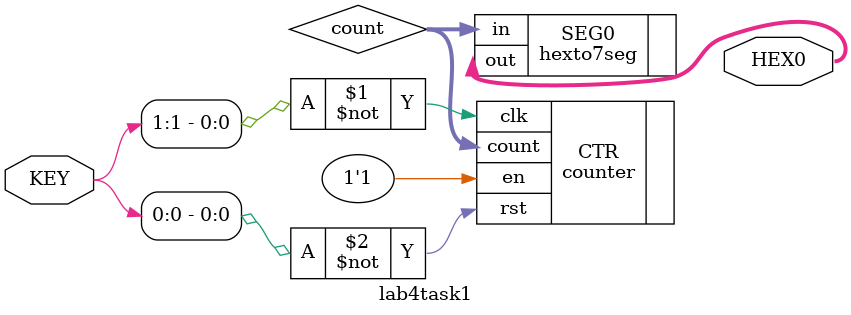
<source format=sv>
module lab4task1(
	input logic [0:1] KEY,
	output logic [6:0] HEX0
);
	logic [3:0]			count; //internal signal
	counter CTR (	.clk(~KEY[1]), //ACTIVE LOW KEY1 and KEY2
						.rst(~KEY[0]),
						.en(1'b1),
						.count(count));

hexto7seg SEG0 (	.out(HEX0),
						.in(count));
endmodule
</source>
